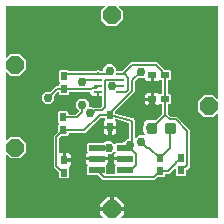
<source format=gbr>
G04 EAGLE Gerber RS-274X export*
G75*
%MOMM*%
%FSLAX34Y34*%
%LPD*%
%INBottom Copper*%
%IPPOS*%
%AMOC8*
5,1,8,0,0,1.08239X$1,22.5*%
G01*
%ADD10R,0.550000X0.705600*%
%ADD11R,0.705600X0.550000*%
%ADD12C,0.270000*%
%ADD13R,0.558800X0.711200*%
%ADD14R,0.762000X0.203200*%
%ADD15R,1.320800X0.558800*%
%ADD16P,1.649562X8X22.500000*%
%ADD17C,0.152400*%
%ADD18C,0.756400*%

G36*
X91703Y10172D02*
X91703Y10172D01*
X91774Y10174D01*
X91823Y10192D01*
X91875Y10200D01*
X91938Y10234D01*
X92005Y10259D01*
X92046Y10291D01*
X92092Y10316D01*
X92142Y10368D01*
X92198Y10412D01*
X92226Y10456D01*
X92262Y10494D01*
X92292Y10559D01*
X92331Y10619D01*
X92343Y10670D01*
X92365Y10717D01*
X92373Y10788D01*
X92391Y10858D01*
X92387Y10910D01*
X92392Y10961D01*
X92377Y11032D01*
X92371Y11103D01*
X92351Y11151D01*
X92340Y11202D01*
X92303Y11263D01*
X92275Y11329D01*
X92230Y11385D01*
X92214Y11413D01*
X92196Y11428D01*
X92170Y11460D01*
X89839Y13791D01*
X89839Y16477D01*
X99238Y16477D01*
X99258Y16480D01*
X99277Y16478D01*
X99379Y16500D01*
X99481Y16517D01*
X99498Y16526D01*
X99518Y16530D01*
X99607Y16583D01*
X99698Y16632D01*
X99712Y16646D01*
X99729Y16656D01*
X99796Y16735D01*
X99867Y16810D01*
X99876Y16828D01*
X99889Y16843D01*
X99927Y16939D01*
X99971Y17033D01*
X99973Y17053D01*
X99981Y17071D01*
X99999Y17238D01*
X99999Y18001D01*
X100001Y18001D01*
X100001Y17238D01*
X100004Y17218D01*
X100002Y17199D01*
X100024Y17097D01*
X100041Y16995D01*
X100050Y16978D01*
X100054Y16958D01*
X100107Y16869D01*
X100156Y16778D01*
X100170Y16764D01*
X100180Y16747D01*
X100259Y16680D01*
X100334Y16609D01*
X100352Y16600D01*
X100367Y16587D01*
X100463Y16548D01*
X100557Y16505D01*
X100577Y16503D01*
X100595Y16495D01*
X100762Y16477D01*
X110161Y16477D01*
X110161Y13791D01*
X107830Y11460D01*
X107788Y11402D01*
X107738Y11350D01*
X107717Y11303D01*
X107686Y11261D01*
X107665Y11192D01*
X107635Y11127D01*
X107629Y11075D01*
X107614Y11025D01*
X107616Y10954D01*
X107608Y10883D01*
X107619Y10832D01*
X107620Y10780D01*
X107645Y10712D01*
X107660Y10642D01*
X107687Y10597D01*
X107705Y10549D01*
X107749Y10493D01*
X107786Y10431D01*
X107826Y10397D01*
X107858Y10357D01*
X107919Y10318D01*
X107973Y10271D01*
X108021Y10252D01*
X108065Y10224D01*
X108135Y10206D01*
X108201Y10179D01*
X108273Y10171D01*
X108304Y10163D01*
X108327Y10165D01*
X108368Y10161D01*
X189078Y10161D01*
X189098Y10164D01*
X189117Y10162D01*
X189219Y10184D01*
X189321Y10200D01*
X189338Y10210D01*
X189358Y10214D01*
X189447Y10267D01*
X189538Y10316D01*
X189552Y10330D01*
X189569Y10340D01*
X189636Y10419D01*
X189708Y10494D01*
X189716Y10512D01*
X189729Y10527D01*
X189768Y10623D01*
X189811Y10717D01*
X189813Y10737D01*
X189821Y10755D01*
X189839Y10922D01*
X189839Y98069D01*
X189828Y98140D01*
X189826Y98211D01*
X189808Y98260D01*
X189800Y98312D01*
X189766Y98375D01*
X189741Y98442D01*
X189709Y98483D01*
X189684Y98529D01*
X189632Y98578D01*
X189588Y98634D01*
X189544Y98663D01*
X189506Y98698D01*
X189441Y98729D01*
X189381Y98767D01*
X189330Y98780D01*
X189283Y98802D01*
X189212Y98810D01*
X189142Y98827D01*
X189090Y98823D01*
X189039Y98829D01*
X188968Y98814D01*
X188897Y98808D01*
X188849Y98788D01*
X188798Y98777D01*
X188737Y98740D01*
X188671Y98712D01*
X188615Y98667D01*
X188587Y98651D01*
X188572Y98633D01*
X188540Y98607D01*
X185788Y95855D01*
X178212Y95855D01*
X172855Y101212D01*
X172855Y108788D01*
X178212Y114145D01*
X185788Y114145D01*
X188540Y111393D01*
X188598Y111351D01*
X188650Y111302D01*
X188697Y111280D01*
X188739Y111249D01*
X188808Y111228D01*
X188873Y111198D01*
X188925Y111192D01*
X188975Y111177D01*
X189046Y111179D01*
X189117Y111171D01*
X189168Y111182D01*
X189220Y111183D01*
X189288Y111208D01*
X189358Y111223D01*
X189403Y111250D01*
X189451Y111268D01*
X189507Y111313D01*
X189569Y111349D01*
X189603Y111389D01*
X189643Y111421D01*
X189682Y111482D01*
X189729Y111536D01*
X189748Y111585D01*
X189776Y111628D01*
X189794Y111698D01*
X189821Y111764D01*
X189829Y111836D01*
X189837Y111867D01*
X189835Y111890D01*
X189839Y111931D01*
X189839Y189078D01*
X189838Y189088D01*
X189838Y189094D01*
X189837Y189102D01*
X189838Y189117D01*
X189816Y189219D01*
X189800Y189321D01*
X189790Y189338D01*
X189786Y189358D01*
X189733Y189447D01*
X189684Y189538D01*
X189670Y189552D01*
X189660Y189569D01*
X189581Y189636D01*
X189506Y189708D01*
X189488Y189716D01*
X189473Y189729D01*
X189377Y189768D01*
X189283Y189811D01*
X189263Y189813D01*
X189245Y189821D01*
X189078Y189839D01*
X106931Y189839D01*
X106860Y189828D01*
X106789Y189826D01*
X106740Y189808D01*
X106688Y189800D01*
X106625Y189766D01*
X106558Y189741D01*
X106517Y189709D01*
X106471Y189684D01*
X106422Y189632D01*
X106366Y189588D01*
X106337Y189544D01*
X106302Y189506D01*
X106271Y189441D01*
X106233Y189381D01*
X106220Y189330D01*
X106198Y189283D01*
X106190Y189212D01*
X106173Y189142D01*
X106177Y189090D01*
X106171Y189039D01*
X106186Y188968D01*
X106192Y188897D01*
X106212Y188849D01*
X106223Y188798D01*
X106260Y188737D01*
X106288Y188671D01*
X106333Y188615D01*
X106349Y188587D01*
X106367Y188572D01*
X106370Y188568D01*
X106373Y188564D01*
X106376Y188561D01*
X106393Y188540D01*
X109145Y185788D01*
X109145Y178212D01*
X103788Y172855D01*
X96212Y172855D01*
X90855Y178212D01*
X90855Y185788D01*
X93607Y188540D01*
X93649Y188598D01*
X93698Y188650D01*
X93720Y188697D01*
X93751Y188739D01*
X93772Y188808D01*
X93802Y188873D01*
X93808Y188925D01*
X93823Y188975D01*
X93821Y189046D01*
X93829Y189117D01*
X93818Y189168D01*
X93817Y189220D01*
X93792Y189288D01*
X93777Y189358D01*
X93750Y189403D01*
X93732Y189451D01*
X93687Y189507D01*
X93651Y189569D01*
X93611Y189603D01*
X93579Y189643D01*
X93518Y189682D01*
X93464Y189729D01*
X93415Y189748D01*
X93372Y189776D01*
X93302Y189794D01*
X93236Y189821D01*
X93164Y189829D01*
X93133Y189837D01*
X93110Y189835D01*
X93069Y189839D01*
X10922Y189839D01*
X10902Y189836D01*
X10883Y189838D01*
X10781Y189816D01*
X10679Y189800D01*
X10662Y189790D01*
X10642Y189786D01*
X10553Y189733D01*
X10462Y189684D01*
X10448Y189670D01*
X10431Y189660D01*
X10364Y189581D01*
X10292Y189506D01*
X10284Y189488D01*
X10271Y189473D01*
X10232Y189377D01*
X10189Y189283D01*
X10187Y189263D01*
X10179Y189245D01*
X10161Y189078D01*
X10161Y146931D01*
X10172Y146860D01*
X10174Y146789D01*
X10192Y146740D01*
X10200Y146688D01*
X10234Y146625D01*
X10259Y146558D01*
X10291Y146517D01*
X10316Y146471D01*
X10368Y146422D01*
X10412Y146366D01*
X10456Y146337D01*
X10494Y146302D01*
X10559Y146271D01*
X10619Y146233D01*
X10670Y146220D01*
X10717Y146198D01*
X10788Y146190D01*
X10858Y146173D01*
X10910Y146177D01*
X10961Y146171D01*
X11032Y146186D01*
X11103Y146192D01*
X11151Y146212D01*
X11202Y146223D01*
X11263Y146260D01*
X11329Y146288D01*
X11385Y146333D01*
X11413Y146349D01*
X11428Y146367D01*
X11460Y146393D01*
X14212Y149145D01*
X21788Y149145D01*
X27145Y143788D01*
X27145Y136212D01*
X21788Y130855D01*
X14212Y130855D01*
X11460Y133607D01*
X11402Y133649D01*
X11350Y133698D01*
X11303Y133720D01*
X11261Y133751D01*
X11192Y133772D01*
X11127Y133802D01*
X11075Y133808D01*
X11025Y133823D01*
X10954Y133821D01*
X10883Y133829D01*
X10832Y133818D01*
X10780Y133817D01*
X10712Y133792D01*
X10642Y133777D01*
X10597Y133750D01*
X10549Y133732D01*
X10493Y133687D01*
X10431Y133651D01*
X10397Y133611D01*
X10357Y133579D01*
X10318Y133518D01*
X10271Y133464D01*
X10252Y133415D01*
X10224Y133372D01*
X10206Y133302D01*
X10179Y133236D01*
X10171Y133164D01*
X10163Y133133D01*
X10165Y133110D01*
X10161Y133069D01*
X10161Y76931D01*
X10172Y76860D01*
X10174Y76789D01*
X10192Y76740D01*
X10200Y76688D01*
X10234Y76625D01*
X10259Y76558D01*
X10291Y76517D01*
X10316Y76471D01*
X10368Y76422D01*
X10412Y76366D01*
X10456Y76337D01*
X10494Y76302D01*
X10559Y76271D01*
X10619Y76233D01*
X10670Y76220D01*
X10717Y76198D01*
X10788Y76190D01*
X10858Y76173D01*
X10910Y76177D01*
X10961Y76171D01*
X11032Y76186D01*
X11103Y76192D01*
X11151Y76212D01*
X11202Y76223D01*
X11263Y76260D01*
X11329Y76288D01*
X11385Y76333D01*
X11413Y76349D01*
X11428Y76367D01*
X11460Y76393D01*
X14212Y79145D01*
X21788Y79145D01*
X27145Y73788D01*
X27145Y66212D01*
X21788Y60855D01*
X14212Y60855D01*
X11460Y63607D01*
X11402Y63649D01*
X11350Y63698D01*
X11303Y63720D01*
X11261Y63751D01*
X11192Y63772D01*
X11127Y63802D01*
X11075Y63808D01*
X11025Y63823D01*
X10954Y63821D01*
X10883Y63829D01*
X10832Y63818D01*
X10780Y63817D01*
X10712Y63792D01*
X10642Y63777D01*
X10597Y63750D01*
X10549Y63732D01*
X10493Y63687D01*
X10431Y63651D01*
X10397Y63611D01*
X10357Y63579D01*
X10318Y63518D01*
X10271Y63464D01*
X10252Y63415D01*
X10224Y63372D01*
X10206Y63302D01*
X10179Y63236D01*
X10171Y63164D01*
X10163Y63133D01*
X10165Y63110D01*
X10161Y63069D01*
X10161Y10922D01*
X10164Y10902D01*
X10162Y10883D01*
X10184Y10781D01*
X10200Y10679D01*
X10210Y10662D01*
X10214Y10642D01*
X10267Y10553D01*
X10316Y10462D01*
X10330Y10448D01*
X10340Y10431D01*
X10419Y10364D01*
X10494Y10292D01*
X10512Y10284D01*
X10527Y10271D01*
X10623Y10232D01*
X10717Y10189D01*
X10737Y10187D01*
X10755Y10179D01*
X10922Y10161D01*
X91632Y10161D01*
X91703Y10172D01*
G37*
%LPC*%
G36*
X92115Y42713D02*
X92115Y42713D01*
X88470Y46358D01*
X88396Y46411D01*
X88326Y46471D01*
X88296Y46483D01*
X88270Y46502D01*
X88183Y46529D01*
X88098Y46563D01*
X88057Y46567D01*
X88035Y46574D01*
X88003Y46573D01*
X87931Y46581D01*
X79926Y46581D01*
X79033Y47474D01*
X79033Y54326D01*
X79110Y54402D01*
X79179Y54499D01*
X79250Y54594D01*
X79251Y54598D01*
X79253Y54602D01*
X79288Y54716D01*
X79324Y54829D01*
X79324Y54833D01*
X79326Y54837D01*
X79322Y54955D01*
X79321Y55075D01*
X79319Y55079D01*
X79319Y55083D01*
X79279Y55194D01*
X79239Y55307D01*
X79236Y55310D01*
X79235Y55314D01*
X79161Y55406D01*
X79087Y55500D01*
X79083Y55503D01*
X79081Y55506D01*
X79070Y55513D01*
X79025Y55546D01*
X78525Y56046D01*
X78190Y56625D01*
X78017Y57272D01*
X78017Y59004D01*
X86527Y59004D01*
X86546Y59007D01*
X86566Y59005D01*
X86668Y59027D01*
X86770Y59043D01*
X86787Y59053D01*
X86807Y59057D01*
X86896Y59110D01*
X86987Y59159D01*
X87001Y59173D01*
X87018Y59183D01*
X87085Y59262D01*
X87156Y59337D01*
X87164Y59354D01*
X87191Y59305D01*
X87205Y59291D01*
X87215Y59274D01*
X87294Y59207D01*
X87369Y59135D01*
X87387Y59127D01*
X87402Y59114D01*
X87499Y59075D01*
X87592Y59032D01*
X87612Y59030D01*
X87630Y59022D01*
X87797Y59004D01*
X96307Y59004D01*
X96307Y57272D01*
X96134Y56625D01*
X95799Y56046D01*
X95267Y55513D01*
X95187Y55450D01*
X95185Y55446D01*
X95182Y55444D01*
X95119Y55343D01*
X95054Y55243D01*
X95053Y55239D01*
X95051Y55236D01*
X95023Y55120D01*
X94994Y55004D01*
X94994Y55000D01*
X94993Y54996D01*
X95004Y54878D01*
X95013Y54759D01*
X95015Y54755D01*
X95015Y54751D01*
X95064Y54641D01*
X95110Y54533D01*
X95113Y54529D01*
X95114Y54526D01*
X95123Y54516D01*
X95214Y54402D01*
X95291Y54326D01*
X95291Y48048D01*
X95294Y48028D01*
X95292Y48009D01*
X95314Y47907D01*
X95330Y47805D01*
X95340Y47788D01*
X95344Y47768D01*
X95397Y47679D01*
X95446Y47588D01*
X95460Y47574D01*
X95470Y47557D01*
X95549Y47490D01*
X95624Y47418D01*
X95642Y47410D01*
X95657Y47397D01*
X95753Y47358D01*
X95847Y47315D01*
X95867Y47313D01*
X95885Y47305D01*
X96052Y47287D01*
X102148Y47287D01*
X102168Y47290D01*
X102187Y47288D01*
X102289Y47310D01*
X102391Y47326D01*
X102408Y47336D01*
X102428Y47340D01*
X102517Y47393D01*
X102608Y47442D01*
X102622Y47456D01*
X102639Y47466D01*
X102706Y47545D01*
X102778Y47620D01*
X102786Y47638D01*
X102799Y47653D01*
X102838Y47749D01*
X102881Y47843D01*
X102883Y47863D01*
X102891Y47881D01*
X102909Y48048D01*
X102909Y54326D01*
X102986Y54402D01*
X103055Y54499D01*
X103126Y54594D01*
X103127Y54598D01*
X103129Y54602D01*
X103164Y54716D01*
X103200Y54829D01*
X103200Y54833D01*
X103202Y54837D01*
X103198Y54955D01*
X103197Y55075D01*
X103195Y55079D01*
X103195Y55083D01*
X103155Y55194D01*
X103115Y55307D01*
X103112Y55310D01*
X103111Y55314D01*
X103037Y55406D01*
X102963Y55500D01*
X102959Y55503D01*
X102957Y55506D01*
X102946Y55513D01*
X102901Y55546D01*
X102401Y56046D01*
X102066Y56625D01*
X101893Y57272D01*
X101893Y59004D01*
X110403Y59004D01*
X110422Y59007D01*
X110442Y59005D01*
X110544Y59027D01*
X110646Y59043D01*
X110663Y59053D01*
X110683Y59057D01*
X110772Y59110D01*
X110863Y59159D01*
X110877Y59173D01*
X110894Y59183D01*
X110961Y59262D01*
X111032Y59337D01*
X111041Y59355D01*
X111054Y59370D01*
X111092Y59466D01*
X111136Y59560D01*
X111138Y59580D01*
X111146Y59598D01*
X111164Y59765D01*
X111164Y61035D01*
X111161Y61055D01*
X111163Y61074D01*
X111141Y61176D01*
X111124Y61278D01*
X111115Y61295D01*
X111111Y61315D01*
X111058Y61404D01*
X111009Y61495D01*
X110995Y61509D01*
X110985Y61526D01*
X110906Y61593D01*
X110831Y61665D01*
X110813Y61673D01*
X110798Y61686D01*
X110701Y61725D01*
X110608Y61768D01*
X110588Y61770D01*
X110570Y61778D01*
X110403Y61796D01*
X101893Y61796D01*
X101893Y63528D01*
X102066Y64175D01*
X102401Y64754D01*
X102933Y65287D01*
X103013Y65350D01*
X103015Y65354D01*
X103018Y65356D01*
X103081Y65457D01*
X103146Y65557D01*
X103147Y65561D01*
X103149Y65564D01*
X103177Y65680D01*
X103206Y65796D01*
X103206Y65800D01*
X103207Y65804D01*
X103196Y65920D01*
X103187Y66041D01*
X103185Y66045D01*
X103185Y66049D01*
X103137Y66158D01*
X103090Y66267D01*
X103087Y66271D01*
X103086Y66274D01*
X103077Y66284D01*
X102986Y66398D01*
X102906Y66478D01*
X102898Y66529D01*
X102896Y66601D01*
X102878Y66650D01*
X102870Y66701D01*
X102836Y66765D01*
X102811Y66832D01*
X102779Y66873D01*
X102754Y66919D01*
X102702Y66968D01*
X102658Y67024D01*
X102614Y67052D01*
X102576Y67088D01*
X102511Y67118D01*
X102451Y67157D01*
X102400Y67170D01*
X102353Y67192D01*
X102282Y67200D01*
X102212Y67217D01*
X102160Y67213D01*
X102109Y67219D01*
X102038Y67204D01*
X101967Y67198D01*
X101919Y67178D01*
X101868Y67167D01*
X101807Y67130D01*
X101741Y67102D01*
X101685Y67057D01*
X101657Y67040D01*
X101642Y67023D01*
X101610Y66997D01*
X99306Y64693D01*
X96987Y64693D01*
X96870Y64674D01*
X96752Y64656D01*
X96748Y64654D01*
X96744Y64654D01*
X96638Y64598D01*
X96533Y64543D01*
X96530Y64540D01*
X96527Y64538D01*
X96444Y64451D01*
X96362Y64367D01*
X96360Y64363D01*
X96357Y64360D01*
X96307Y64252D01*
X96256Y64145D01*
X96255Y64141D01*
X96254Y64137D01*
X96240Y64019D01*
X96226Y63901D01*
X96227Y63896D01*
X96226Y63893D01*
X96229Y63879D01*
X96251Y63735D01*
X96307Y63528D01*
X96307Y61796D01*
X87797Y61796D01*
X87778Y61793D01*
X87758Y61795D01*
X87656Y61773D01*
X87554Y61757D01*
X87537Y61747D01*
X87517Y61743D01*
X87428Y61690D01*
X87337Y61641D01*
X87323Y61627D01*
X87306Y61617D01*
X87239Y61538D01*
X87168Y61463D01*
X87160Y61445D01*
X87133Y61495D01*
X87119Y61509D01*
X87109Y61526D01*
X87030Y61593D01*
X86955Y61665D01*
X86937Y61673D01*
X86922Y61686D01*
X86825Y61725D01*
X86732Y61768D01*
X86712Y61770D01*
X86694Y61778D01*
X86527Y61796D01*
X78017Y61796D01*
X78017Y63528D01*
X78190Y64175D01*
X78525Y64754D01*
X79057Y65287D01*
X79137Y65350D01*
X79139Y65354D01*
X79142Y65356D01*
X79205Y65457D01*
X79270Y65557D01*
X79271Y65561D01*
X79273Y65564D01*
X79301Y65680D01*
X79330Y65796D01*
X79330Y65800D01*
X79331Y65804D01*
X79320Y65920D01*
X79311Y66041D01*
X79309Y66045D01*
X79309Y66049D01*
X79261Y66158D01*
X79214Y66267D01*
X79211Y66271D01*
X79210Y66274D01*
X79201Y66284D01*
X79110Y66398D01*
X79033Y66474D01*
X79033Y73326D01*
X79926Y74219D01*
X93507Y74219D01*
X93597Y74233D01*
X93688Y74241D01*
X93717Y74253D01*
X93749Y74258D01*
X93830Y74301D01*
X93914Y74337D01*
X93946Y74363D01*
X93967Y74374D01*
X93989Y74397D01*
X94045Y74442D01*
X94910Y75307D01*
X99306Y75307D01*
X101610Y73003D01*
X101668Y72961D01*
X101720Y72912D01*
X101767Y72890D01*
X101809Y72860D01*
X101878Y72838D01*
X101943Y72808D01*
X101995Y72803D01*
X102045Y72787D01*
X102116Y72789D01*
X102187Y72781D01*
X102238Y72792D01*
X102290Y72794D01*
X102358Y72818D01*
X102428Y72833D01*
X102473Y72860D01*
X102521Y72878D01*
X102577Y72923D01*
X102639Y72960D01*
X102673Y72999D01*
X102713Y73032D01*
X102752Y73092D01*
X102799Y73147D01*
X102818Y73195D01*
X102846Y73239D01*
X102855Y73271D01*
X103802Y74219D01*
X109537Y74219D01*
X109627Y74233D01*
X109718Y74241D01*
X109747Y74253D01*
X109779Y74258D01*
X109860Y74301D01*
X109944Y74337D01*
X109976Y74363D01*
X109997Y74374D01*
X110019Y74397D01*
X110075Y74442D01*
X112840Y77207D01*
X113990Y77207D01*
X114010Y77210D01*
X114029Y77208D01*
X114131Y77230D01*
X114233Y77246D01*
X114250Y77256D01*
X114270Y77260D01*
X114359Y77313D01*
X114450Y77362D01*
X114464Y77376D01*
X114481Y77386D01*
X114548Y77465D01*
X114620Y77540D01*
X114628Y77558D01*
X114641Y77573D01*
X114680Y77669D01*
X114723Y77763D01*
X114725Y77783D01*
X114733Y77801D01*
X114751Y77968D01*
X114751Y90236D01*
X114744Y90280D01*
X114746Y90324D01*
X114724Y90400D01*
X114712Y90479D01*
X114691Y90518D01*
X114679Y90560D01*
X114634Y90626D01*
X114596Y90696D01*
X114564Y90726D01*
X114539Y90763D01*
X114476Y90811D01*
X114418Y90865D01*
X114378Y90884D01*
X114343Y90910D01*
X114208Y90963D01*
X114195Y90969D01*
X114191Y90969D01*
X114186Y90971D01*
X103513Y93820D01*
X103447Y93826D01*
X103382Y93843D01*
X103325Y93838D01*
X103269Y93844D01*
X103203Y93829D01*
X103136Y93824D01*
X103084Y93802D01*
X103029Y93789D01*
X102972Y93754D01*
X102910Y93728D01*
X102847Y93677D01*
X102819Y93660D01*
X102806Y93644D01*
X102779Y93623D01*
X102713Y93557D01*
X102701Y93541D01*
X102686Y93528D01*
X102630Y93441D01*
X102570Y93357D01*
X102564Y93338D01*
X102553Y93321D01*
X102528Y93221D01*
X102497Y93122D01*
X102498Y93102D01*
X102493Y93083D01*
X102501Y92980D01*
X102503Y92876D01*
X102510Y92857D01*
X102512Y92837D01*
X102552Y92742D01*
X102588Y92645D01*
X102600Y92630D01*
X102608Y92611D01*
X102713Y92480D01*
X103083Y92110D01*
X103418Y91531D01*
X103591Y90884D01*
X103591Y88396D01*
X98913Y88396D01*
X98894Y88393D01*
X98874Y88395D01*
X98772Y88373D01*
X98670Y88357D01*
X98653Y88347D01*
X98633Y88343D01*
X98544Y88290D01*
X98453Y88241D01*
X98439Y88227D01*
X98422Y88217D01*
X98355Y88138D01*
X98301Y88081D01*
X98293Y88095D01*
X98279Y88109D01*
X98269Y88126D01*
X98190Y88193D01*
X98115Y88265D01*
X98097Y88273D01*
X98082Y88286D01*
X97985Y88325D01*
X97892Y88368D01*
X97872Y88370D01*
X97854Y88378D01*
X97687Y88396D01*
X93009Y88396D01*
X93009Y90884D01*
X93182Y91531D01*
X93517Y92110D01*
X93887Y92480D01*
X93899Y92496D01*
X93914Y92509D01*
X93970Y92596D01*
X94031Y92680D01*
X94036Y92699D01*
X94047Y92716D01*
X94073Y92816D01*
X94103Y92915D01*
X94102Y92935D01*
X94107Y92954D01*
X94099Y93057D01*
X94097Y93161D01*
X94090Y93180D01*
X94088Y93200D01*
X94048Y93295D01*
X94025Y93356D01*
X94025Y94530D01*
X94022Y94550D01*
X94024Y94569D01*
X94002Y94671D01*
X93986Y94773D01*
X93976Y94790D01*
X93972Y94810D01*
X93919Y94899D01*
X93870Y94990D01*
X93856Y95004D01*
X93846Y95021D01*
X93767Y95088D01*
X93692Y95160D01*
X93674Y95168D01*
X93659Y95181D01*
X93563Y95220D01*
X93469Y95263D01*
X93449Y95265D01*
X93431Y95273D01*
X93264Y95291D01*
X90841Y95291D01*
X90750Y95277D01*
X90660Y95269D01*
X90630Y95257D01*
X90598Y95252D01*
X90517Y95209D01*
X90433Y95173D01*
X90401Y95147D01*
X90380Y95136D01*
X90358Y95113D01*
X90302Y95068D01*
X77586Y82352D01*
X64387Y82352D01*
X64367Y82349D01*
X64348Y82351D01*
X64246Y82329D01*
X64144Y82313D01*
X64127Y82303D01*
X64107Y82299D01*
X64018Y82246D01*
X63927Y82197D01*
X63913Y82183D01*
X63896Y82173D01*
X63829Y82094D01*
X63757Y82019D01*
X63749Y82001D01*
X63736Y81986D01*
X63697Y81890D01*
X63654Y81796D01*
X63652Y81776D01*
X63644Y81758D01*
X63626Y81591D01*
X63626Y81053D01*
X62131Y79558D01*
X57168Y79558D01*
X57078Y79544D01*
X56987Y79536D01*
X56958Y79524D01*
X56926Y79519D01*
X56845Y79476D01*
X56761Y79440D01*
X56729Y79414D01*
X56708Y79403D01*
X56686Y79380D01*
X56630Y79335D01*
X55510Y78215D01*
X55457Y78141D01*
X55397Y78071D01*
X55385Y78041D01*
X55366Y78015D01*
X55339Y77928D01*
X55305Y77843D01*
X55301Y77802D01*
X55294Y77780D01*
X55295Y77748D01*
X55287Y77676D01*
X55287Y66083D01*
X55306Y65967D01*
X55324Y65848D01*
X55326Y65844D01*
X55326Y65840D01*
X55382Y65736D01*
X55437Y65629D01*
X55440Y65626D01*
X55442Y65623D01*
X55527Y65541D01*
X55613Y65458D01*
X55617Y65456D01*
X55620Y65453D01*
X55727Y65403D01*
X55835Y65352D01*
X55839Y65351D01*
X55843Y65350D01*
X55961Y65337D01*
X56079Y65322D01*
X56084Y65323D01*
X56087Y65323D01*
X56101Y65325D01*
X56245Y65347D01*
X56615Y65447D01*
X58326Y65447D01*
X58326Y59991D01*
X58329Y59972D01*
X58327Y59952D01*
X58349Y59850D01*
X58365Y59748D01*
X58375Y59731D01*
X58379Y59711D01*
X58432Y59622D01*
X58481Y59531D01*
X58495Y59517D01*
X58505Y59500D01*
X58584Y59433D01*
X58659Y59362D01*
X58677Y59353D01*
X58692Y59340D01*
X58788Y59302D01*
X58882Y59258D01*
X58902Y59256D01*
X58920Y59248D01*
X59087Y59230D01*
X59552Y59230D01*
X59552Y58765D01*
X59555Y58745D01*
X59553Y58725D01*
X59575Y58624D01*
X59592Y58522D01*
X59601Y58505D01*
X59605Y58485D01*
X59658Y58396D01*
X59707Y58305D01*
X59721Y58291D01*
X59731Y58274D01*
X59810Y58207D01*
X59885Y58135D01*
X59903Y58127D01*
X59918Y58114D01*
X60015Y58075D01*
X60108Y58032D01*
X60128Y58030D01*
X60146Y58022D01*
X60313Y58004D01*
X64991Y58004D01*
X64991Y55516D01*
X64818Y54869D01*
X64483Y54290D01*
X64113Y53920D01*
X64101Y53904D01*
X64086Y53891D01*
X64030Y53804D01*
X63969Y53720D01*
X63964Y53701D01*
X63953Y53684D01*
X63927Y53584D01*
X63897Y53485D01*
X63898Y53465D01*
X63893Y53446D01*
X63901Y53343D01*
X63903Y53239D01*
X63910Y53220D01*
X63912Y53200D01*
X63952Y53105D01*
X63975Y53044D01*
X63975Y44662D01*
X63082Y43769D01*
X56318Y43769D01*
X55425Y44662D01*
X55425Y48678D01*
X55411Y48768D01*
X55403Y48859D01*
X55391Y48889D01*
X55386Y48921D01*
X55343Y49002D01*
X55307Y49085D01*
X55281Y49118D01*
X55270Y49138D01*
X55247Y49160D01*
X55202Y49216D01*
X50713Y53705D01*
X50713Y79886D01*
X52276Y81449D01*
X54158Y83331D01*
X54211Y83405D01*
X54271Y83475D01*
X54283Y83505D01*
X54302Y83531D01*
X54329Y83618D01*
X54363Y83703D01*
X54367Y83744D01*
X54374Y83766D01*
X54373Y83798D01*
X54381Y83869D01*
X54381Y88827D01*
X54920Y89366D01*
X54973Y89440D01*
X55033Y89509D01*
X55045Y89539D01*
X55064Y89565D01*
X55091Y89652D01*
X55125Y89737D01*
X55129Y89778D01*
X55136Y89800D01*
X55135Y89833D01*
X55143Y89904D01*
X55143Y90296D01*
X55129Y90386D01*
X55121Y90477D01*
X55109Y90507D01*
X55104Y90539D01*
X55061Y90620D01*
X55025Y90703D01*
X54999Y90736D01*
X54988Y90756D01*
X54965Y90778D01*
X54920Y90834D01*
X54381Y91373D01*
X54381Y99749D01*
X55274Y100642D01*
X62126Y100642D01*
X63019Y99749D01*
X63019Y98609D01*
X63022Y98589D01*
X63020Y98570D01*
X63042Y98468D01*
X63058Y98366D01*
X63068Y98349D01*
X63072Y98329D01*
X63125Y98240D01*
X63174Y98149D01*
X63188Y98135D01*
X63198Y98118D01*
X63277Y98051D01*
X63352Y97979D01*
X63370Y97971D01*
X63385Y97958D01*
X63481Y97919D01*
X63575Y97876D01*
X63595Y97874D01*
X63613Y97866D01*
X63780Y97848D01*
X69298Y97848D01*
X69389Y97862D01*
X69479Y97870D01*
X69509Y97882D01*
X69541Y97887D01*
X69622Y97930D01*
X69706Y97966D01*
X69738Y97992D01*
X69759Y98003D01*
X69781Y98026D01*
X69837Y98071D01*
X72126Y100360D01*
X72138Y100376D01*
X72154Y100389D01*
X72210Y100476D01*
X72270Y100560D01*
X72276Y100579D01*
X72287Y100596D01*
X72312Y100696D01*
X72342Y100795D01*
X72342Y100815D01*
X72347Y100834D01*
X72339Y100937D01*
X72336Y101041D01*
X72329Y101060D01*
X72327Y101080D01*
X72287Y101174D01*
X72251Y101272D01*
X72239Y101288D01*
X72231Y101306D01*
X72126Y101437D01*
X69693Y103870D01*
X69693Y108266D01*
X72802Y111375D01*
X77198Y111375D01*
X80307Y108266D01*
X80307Y105472D01*
X80310Y105452D01*
X80308Y105432D01*
X80330Y105331D01*
X80346Y105229D01*
X80356Y105211D01*
X80360Y105192D01*
X80413Y105103D01*
X80462Y105011D01*
X80476Y104998D01*
X80486Y104981D01*
X80565Y104913D01*
X80640Y104842D01*
X80658Y104834D01*
X80673Y104821D01*
X80769Y104782D01*
X80863Y104738D01*
X80883Y104736D01*
X80901Y104729D01*
X81068Y104710D01*
X83386Y104710D01*
X84251Y103846D01*
X84325Y103793D01*
X84394Y103733D01*
X84424Y103721D01*
X84451Y103702D01*
X84537Y103675D01*
X84622Y103641D01*
X84663Y103637D01*
X84686Y103630D01*
X84718Y103631D01*
X84789Y103623D01*
X90073Y103623D01*
X90164Y103637D01*
X90254Y103645D01*
X90284Y103657D01*
X90316Y103662D01*
X90397Y103705D01*
X90481Y103741D01*
X90513Y103767D01*
X90534Y103778D01*
X90556Y103801D01*
X90612Y103846D01*
X91490Y104724D01*
X91543Y104798D01*
X91603Y104868D01*
X91615Y104898D01*
X91634Y104924D01*
X91661Y105011D01*
X91695Y105096D01*
X91699Y105137D01*
X91706Y105159D01*
X91705Y105191D01*
X91713Y105263D01*
X91713Y112882D01*
X91710Y112902D01*
X91712Y112921D01*
X91690Y113023D01*
X91674Y113125D01*
X91664Y113142D01*
X91660Y113162D01*
X91607Y113251D01*
X91558Y113342D01*
X91544Y113356D01*
X91534Y113373D01*
X91455Y113440D01*
X91380Y113512D01*
X91362Y113520D01*
X91347Y113533D01*
X91251Y113572D01*
X91157Y113615D01*
X91137Y113617D01*
X91119Y113625D01*
X90952Y113643D01*
X88836Y113643D01*
X88836Y117200D01*
X88833Y117219D01*
X88835Y117239D01*
X88813Y117340D01*
X88797Y117442D01*
X88787Y117460D01*
X88783Y117479D01*
X88730Y117569D01*
X88682Y117660D01*
X88667Y117673D01*
X88657Y117691D01*
X88578Y117758D01*
X88503Y117829D01*
X88485Y117838D01*
X88470Y117851D01*
X88374Y117889D01*
X88280Y117933D01*
X88260Y117935D01*
X88242Y117942D01*
X88075Y117961D01*
X88055Y117958D01*
X88036Y117960D01*
X88035Y117960D01*
X87934Y117938D01*
X87832Y117921D01*
X87815Y117912D01*
X87795Y117908D01*
X87706Y117854D01*
X87615Y117806D01*
X87601Y117792D01*
X87584Y117781D01*
X87517Y117703D01*
X87445Y117628D01*
X87437Y117610D01*
X87424Y117595D01*
X87385Y117498D01*
X87342Y117405D01*
X87340Y117385D01*
X87332Y117366D01*
X87314Y117200D01*
X87314Y113643D01*
X83931Y113643D01*
X83284Y113816D01*
X82705Y114151D01*
X82232Y114624D01*
X81897Y115203D01*
X81724Y115850D01*
X81724Y116591D01*
X81721Y116611D01*
X81723Y116630D01*
X81701Y116732D01*
X81685Y116834D01*
X81675Y116851D01*
X81671Y116871D01*
X81618Y116960D01*
X81569Y117051D01*
X81555Y117065D01*
X81545Y117082D01*
X81466Y117149D01*
X81391Y117221D01*
X81373Y117229D01*
X81358Y117242D01*
X81262Y117281D01*
X81168Y117324D01*
X81148Y117326D01*
X81130Y117334D01*
X80963Y117352D01*
X64580Y117352D01*
X64560Y117349D01*
X64541Y117351D01*
X64439Y117329D01*
X64337Y117313D01*
X64320Y117303D01*
X64300Y117299D01*
X64211Y117246D01*
X64120Y117197D01*
X64106Y117183D01*
X64089Y117173D01*
X64022Y117094D01*
X63950Y117019D01*
X63942Y117001D01*
X63929Y116986D01*
X63890Y116890D01*
X63847Y116796D01*
X63845Y116776D01*
X63837Y116758D01*
X63819Y116591D01*
X63819Y115451D01*
X62926Y114558D01*
X56074Y114558D01*
X55181Y115451D01*
X55181Y116110D01*
X55170Y116180D01*
X55168Y116252D01*
X55150Y116301D01*
X55142Y116352D01*
X55108Y116416D01*
X55083Y116483D01*
X55051Y116524D01*
X55026Y116570D01*
X54974Y116619D01*
X54930Y116675D01*
X54886Y116703D01*
X54848Y116739D01*
X54783Y116769D01*
X54723Y116808D01*
X54672Y116821D01*
X54625Y116843D01*
X54554Y116851D01*
X54484Y116868D01*
X54432Y116864D01*
X54381Y116870D01*
X54310Y116855D01*
X54239Y116849D01*
X54191Y116829D01*
X54140Y116818D01*
X54079Y116781D01*
X54013Y116753D01*
X53957Y116708D01*
X53929Y116691D01*
X53914Y116674D01*
X53882Y116648D01*
X51530Y114296D01*
X51477Y114222D01*
X51417Y114152D01*
X51405Y114122D01*
X51386Y114096D01*
X51359Y114009D01*
X51325Y113924D01*
X51321Y113883D01*
X51314Y113861D01*
X51315Y113829D01*
X51307Y113757D01*
X51307Y109802D01*
X48198Y106693D01*
X43802Y106693D01*
X40693Y109802D01*
X40693Y114198D01*
X43802Y117307D01*
X47757Y117307D01*
X47848Y117321D01*
X47938Y117329D01*
X47968Y117341D01*
X48000Y117346D01*
X48081Y117389D01*
X48165Y117425D01*
X48197Y117451D01*
X48218Y117462D01*
X48240Y117485D01*
X48296Y117530D01*
X52692Y121926D01*
X54420Y121926D01*
X54440Y121929D01*
X54459Y121927D01*
X54561Y121949D01*
X54663Y121965D01*
X54680Y121975D01*
X54700Y121979D01*
X54789Y122032D01*
X54880Y122081D01*
X54894Y122095D01*
X54911Y122105D01*
X54978Y122184D01*
X55050Y122259D01*
X55058Y122277D01*
X55071Y122292D01*
X55110Y122388D01*
X55153Y122482D01*
X55155Y122502D01*
X55163Y122520D01*
X55181Y122687D01*
X55181Y123827D01*
X55720Y124366D01*
X55773Y124440D01*
X55833Y124509D01*
X55845Y124539D01*
X55864Y124565D01*
X55891Y124652D01*
X55925Y124737D01*
X55929Y124778D01*
X55936Y124800D01*
X55935Y124833D01*
X55943Y124904D01*
X55943Y125296D01*
X55929Y125386D01*
X55921Y125477D01*
X55909Y125507D01*
X55904Y125539D01*
X55861Y125620D01*
X55825Y125703D01*
X55799Y125736D01*
X55788Y125756D01*
X55765Y125778D01*
X55720Y125834D01*
X55181Y126373D01*
X55181Y134749D01*
X56074Y135642D01*
X62926Y135642D01*
X63858Y134710D01*
X63932Y134657D01*
X64001Y134597D01*
X64031Y134585D01*
X64057Y134566D01*
X64144Y134539D01*
X64229Y134505D01*
X64270Y134501D01*
X64292Y134494D01*
X64325Y134495D01*
X64396Y134487D01*
X83064Y134487D01*
X83154Y134501D01*
X83245Y134509D01*
X83275Y134521D01*
X83307Y134526D01*
X83387Y134569D01*
X83472Y134605D01*
X83504Y134631D01*
X83524Y134642D01*
X83546Y134665D01*
X83602Y134710D01*
X83633Y134741D01*
X85744Y134741D01*
X85835Y134755D01*
X85925Y134763D01*
X85955Y134775D01*
X85987Y134780D01*
X86068Y134823D01*
X86152Y134859D01*
X86184Y134885D01*
X86205Y134896D01*
X86227Y134919D01*
X86283Y134964D01*
X87128Y135809D01*
X89022Y135809D01*
X89867Y134964D01*
X89941Y134911D01*
X90011Y134851D01*
X90041Y134839D01*
X90067Y134820D01*
X90154Y134793D01*
X90239Y134759D01*
X90280Y134755D01*
X90302Y134748D01*
X90334Y134749D01*
X90406Y134741D01*
X91941Y134741D01*
X91961Y134744D01*
X91980Y134742D01*
X92082Y134764D01*
X92184Y134780D01*
X92201Y134790D01*
X92221Y134794D01*
X92310Y134847D01*
X92401Y134896D01*
X92415Y134910D01*
X92432Y134920D01*
X92499Y134999D01*
X92571Y135074D01*
X92579Y135092D01*
X92592Y135107D01*
X92631Y135203D01*
X92674Y135297D01*
X92676Y135317D01*
X92684Y135335D01*
X92702Y135502D01*
X92702Y137198D01*
X95811Y140307D01*
X100207Y140307D01*
X103316Y137198D01*
X103316Y135502D01*
X103319Y135482D01*
X103317Y135463D01*
X103339Y135361D01*
X103355Y135259D01*
X103365Y135242D01*
X103369Y135222D01*
X103422Y135133D01*
X103471Y135042D01*
X103485Y135028D01*
X103495Y135011D01*
X103574Y134944D01*
X103649Y134872D01*
X103667Y134864D01*
X103682Y134851D01*
X103778Y134812D01*
X103872Y134769D01*
X103892Y134767D01*
X103910Y134759D01*
X104077Y134741D01*
X108029Y134741D01*
X108119Y134755D01*
X108210Y134763D01*
X108239Y134775D01*
X108271Y134780D01*
X108352Y134823D01*
X108436Y134859D01*
X108468Y134885D01*
X108489Y134896D01*
X108511Y134919D01*
X108567Y134964D01*
X114186Y140583D01*
X115749Y142145D01*
X138036Y142145D01*
X144384Y135798D01*
X144458Y135745D01*
X144527Y135685D01*
X144557Y135673D01*
X144583Y135654D01*
X144670Y135627D01*
X144755Y135593D01*
X144796Y135589D01*
X144818Y135582D01*
X144851Y135583D01*
X144922Y135575D01*
X148938Y135575D01*
X149831Y134682D01*
X149831Y127918D01*
X148938Y127025D01*
X147826Y127025D01*
X147806Y127022D01*
X147787Y127024D01*
X147685Y127002D01*
X147583Y126986D01*
X147566Y126976D01*
X147546Y126972D01*
X147457Y126919D01*
X147366Y126870D01*
X147352Y126856D01*
X147335Y126846D01*
X147268Y126767D01*
X147196Y126692D01*
X147188Y126674D01*
X147175Y126659D01*
X147136Y126563D01*
X147093Y126469D01*
X147091Y126449D01*
X147083Y126431D01*
X147065Y126264D01*
X147065Y115936D01*
X147068Y115916D01*
X147066Y115897D01*
X147088Y115795D01*
X147104Y115693D01*
X147114Y115676D01*
X147118Y115656D01*
X147171Y115567D01*
X147220Y115476D01*
X147234Y115462D01*
X147244Y115445D01*
X147323Y115378D01*
X147398Y115306D01*
X147416Y115298D01*
X147431Y115285D01*
X147527Y115246D01*
X147621Y115203D01*
X147641Y115201D01*
X147659Y115193D01*
X147826Y115175D01*
X148938Y115175D01*
X149831Y114282D01*
X149831Y107518D01*
X148938Y106625D01*
X147826Y106625D01*
X147806Y106622D01*
X147787Y106624D01*
X147685Y106602D01*
X147583Y106586D01*
X147566Y106576D01*
X147546Y106572D01*
X147457Y106519D01*
X147366Y106470D01*
X147352Y106456D01*
X147335Y106446D01*
X147268Y106367D01*
X147196Y106292D01*
X147188Y106274D01*
X147175Y106259D01*
X147136Y106163D01*
X147093Y106069D01*
X147091Y106049D01*
X147083Y106031D01*
X147065Y105864D01*
X147065Y99090D01*
X147079Y99000D01*
X147087Y98909D01*
X147099Y98880D01*
X147104Y98848D01*
X147147Y98767D01*
X147183Y98683D01*
X147209Y98651D01*
X147220Y98630D01*
X147243Y98608D01*
X147288Y98552D01*
X149594Y96246D01*
X149668Y96193D01*
X149738Y96133D01*
X149768Y96121D01*
X149794Y96102D01*
X149881Y96075D01*
X149966Y96041D01*
X150007Y96037D01*
X150029Y96030D01*
X150061Y96031D01*
X150133Y96023D01*
X154853Y96023D01*
X166023Y84853D01*
X166023Y53841D01*
X163198Y51016D01*
X163151Y50952D01*
X163135Y50935D01*
X163132Y50928D01*
X163085Y50873D01*
X163073Y50843D01*
X163054Y50817D01*
X163027Y50730D01*
X162993Y50645D01*
X162989Y50604D01*
X162982Y50582D01*
X162983Y50549D01*
X162975Y50478D01*
X162975Y46462D01*
X162082Y45569D01*
X155318Y45569D01*
X154425Y46462D01*
X154425Y51832D01*
X154414Y51902D01*
X154412Y51974D01*
X154394Y52023D01*
X154386Y52074D01*
X154352Y52138D01*
X154327Y52205D01*
X154295Y52246D01*
X154270Y52292D01*
X154218Y52341D01*
X154174Y52397D01*
X154130Y52425D01*
X154092Y52461D01*
X154027Y52491D01*
X153967Y52530D01*
X153916Y52543D01*
X153869Y52565D01*
X153798Y52573D01*
X153728Y52590D01*
X153676Y52586D01*
X153625Y52592D01*
X153554Y52577D01*
X153483Y52571D01*
X153435Y52551D01*
X153384Y52540D01*
X153323Y52503D01*
X153257Y52475D01*
X153201Y52430D01*
X153173Y52413D01*
X153158Y52396D01*
X153126Y52370D01*
X148508Y47752D01*
X145380Y47752D01*
X145360Y47749D01*
X145341Y47751D01*
X145239Y47729D01*
X145137Y47713D01*
X145120Y47703D01*
X145100Y47699D01*
X145011Y47646D01*
X144920Y47597D01*
X144906Y47583D01*
X144889Y47573D01*
X144822Y47494D01*
X144750Y47419D01*
X144742Y47401D01*
X144729Y47386D01*
X144690Y47290D01*
X144647Y47196D01*
X144645Y47176D01*
X144637Y47158D01*
X144619Y46991D01*
X144619Y45851D01*
X143726Y44958D01*
X138769Y44958D01*
X138678Y44944D01*
X138588Y44936D01*
X138558Y44924D01*
X138526Y44919D01*
X138445Y44876D01*
X138361Y44840D01*
X138329Y44814D01*
X138308Y44803D01*
X138286Y44780D01*
X138230Y44735D01*
X136208Y42713D01*
X92115Y42713D01*
G37*
%LPD*%
G36*
X120196Y77922D02*
X120196Y77922D01*
X120267Y77928D01*
X120315Y77948D01*
X120318Y77949D01*
X120335Y77952D01*
X120337Y77953D01*
X120366Y77959D01*
X120427Y77996D01*
X120493Y78024D01*
X120536Y78058D01*
X120552Y78067D01*
X120560Y78076D01*
X120577Y78086D01*
X120592Y78103D01*
X120624Y78129D01*
X122802Y80307D01*
X127290Y80307D01*
X127361Y80318D01*
X127432Y80320D01*
X127481Y80338D01*
X127533Y80346D01*
X127596Y80380D01*
X127663Y80405D01*
X127704Y80437D01*
X127750Y80462D01*
X127800Y80514D01*
X127855Y80558D01*
X127884Y80602D01*
X127919Y80640D01*
X127950Y80705D01*
X127988Y80765D01*
X128001Y80816D01*
X128023Y80863D01*
X128031Y80934D01*
X128049Y81004D01*
X128044Y81056D01*
X128050Y81107D01*
X128035Y81178D01*
X128029Y81249D01*
X128009Y81297D01*
X127998Y81348D01*
X127961Y81409D01*
X127933Y81475D01*
X127888Y81531D01*
X127872Y81559D01*
X127854Y81574D01*
X127828Y81606D01*
X127525Y81909D01*
X127525Y82977D01*
X127511Y83067D01*
X127503Y83158D01*
X127491Y83187D01*
X127486Y83219D01*
X127443Y83300D01*
X127407Y83384D01*
X127381Y83416D01*
X127370Y83437D01*
X127347Y83459D01*
X127302Y83515D01*
X126693Y84124D01*
X126693Y88520D01*
X127302Y89129D01*
X127355Y89203D01*
X127415Y89273D01*
X127427Y89303D01*
X127446Y89329D01*
X127473Y89416D01*
X127507Y89501D01*
X127511Y89542D01*
X127518Y89564D01*
X127517Y89596D01*
X127525Y89667D01*
X127525Y91291D01*
X129209Y92975D01*
X136375Y92975D01*
X136466Y92989D01*
X136556Y92997D01*
X136586Y93009D01*
X136618Y93014D01*
X136699Y93057D01*
X136783Y93093D01*
X136815Y93119D01*
X136836Y93130D01*
X136858Y93153D01*
X136914Y93198D01*
X142268Y98552D01*
X142321Y98626D01*
X142381Y98696D01*
X142393Y98726D01*
X142412Y98752D01*
X142439Y98839D01*
X142473Y98924D01*
X142477Y98965D01*
X142484Y98987D01*
X142483Y99019D01*
X142491Y99091D01*
X142491Y105864D01*
X142488Y105884D01*
X142490Y105903D01*
X142468Y106005D01*
X142452Y106107D01*
X142442Y106124D01*
X142438Y106144D01*
X142385Y106233D01*
X142336Y106324D01*
X142322Y106338D01*
X142312Y106355D01*
X142233Y106422D01*
X142158Y106494D01*
X142140Y106502D01*
X142125Y106515D01*
X142029Y106554D01*
X141935Y106597D01*
X141915Y106599D01*
X141897Y106607D01*
X141730Y106625D01*
X140564Y106625D01*
X140557Y106630D01*
X140538Y106636D01*
X140521Y106647D01*
X140421Y106673D01*
X140322Y106703D01*
X140302Y106702D01*
X140283Y106707D01*
X140180Y106699D01*
X140076Y106697D01*
X140057Y106690D01*
X140037Y106688D01*
X139942Y106648D01*
X139845Y106612D01*
X139829Y106600D01*
X139811Y106592D01*
X139680Y106487D01*
X139310Y106117D01*
X138731Y105782D01*
X138084Y105609D01*
X135596Y105609D01*
X135596Y110287D01*
X135593Y110306D01*
X135595Y110326D01*
X135573Y110428D01*
X135557Y110530D01*
X135547Y110547D01*
X135543Y110567D01*
X135490Y110656D01*
X135441Y110747D01*
X135427Y110761D01*
X135417Y110778D01*
X135338Y110845D01*
X135281Y110899D01*
X135295Y110907D01*
X135309Y110921D01*
X135326Y110931D01*
X135393Y111010D01*
X135465Y111085D01*
X135473Y111103D01*
X135486Y111118D01*
X135525Y111215D01*
X135568Y111308D01*
X135570Y111328D01*
X135578Y111346D01*
X135596Y111513D01*
X135596Y116191D01*
X138084Y116191D01*
X138731Y116018D01*
X139310Y115683D01*
X139680Y115313D01*
X139696Y115301D01*
X139709Y115286D01*
X139796Y115230D01*
X139880Y115169D01*
X139899Y115164D01*
X139916Y115153D01*
X140016Y115127D01*
X140115Y115097D01*
X140135Y115098D01*
X140154Y115093D01*
X140257Y115101D01*
X140361Y115103D01*
X140380Y115110D01*
X140400Y115112D01*
X140495Y115152D01*
X140556Y115175D01*
X141730Y115175D01*
X141750Y115178D01*
X141769Y115176D01*
X141871Y115198D01*
X141973Y115214D01*
X141990Y115224D01*
X142010Y115228D01*
X142099Y115281D01*
X142190Y115330D01*
X142204Y115344D01*
X142221Y115354D01*
X142288Y115433D01*
X142360Y115508D01*
X142368Y115526D01*
X142381Y115541D01*
X142420Y115637D01*
X142463Y115731D01*
X142465Y115751D01*
X142473Y115769D01*
X142491Y115936D01*
X142491Y126264D01*
X142488Y126284D01*
X142490Y126303D01*
X142468Y126405D01*
X142452Y126507D01*
X142442Y126524D01*
X142438Y126544D01*
X142385Y126633D01*
X142336Y126724D01*
X142322Y126738D01*
X142312Y126755D01*
X142233Y126822D01*
X142158Y126894D01*
X142140Y126902D01*
X142125Y126915D01*
X142029Y126954D01*
X141935Y126997D01*
X141915Y126999D01*
X141897Y127007D01*
X141730Y127025D01*
X140564Y127025D01*
X140557Y127030D01*
X140538Y127036D01*
X140521Y127047D01*
X140421Y127073D01*
X140322Y127103D01*
X140302Y127102D01*
X140283Y127107D01*
X140180Y127099D01*
X140076Y127097D01*
X140057Y127090D01*
X140037Y127088D01*
X139942Y127048D01*
X139845Y127012D01*
X139829Y127000D01*
X139811Y126992D01*
X139680Y126887D01*
X139310Y126517D01*
X138731Y126182D01*
X138084Y126009D01*
X135596Y126009D01*
X135596Y130687D01*
X135593Y130706D01*
X135595Y130726D01*
X135573Y130828D01*
X135557Y130930D01*
X135547Y130947D01*
X135543Y130967D01*
X135490Y131056D01*
X135441Y131147D01*
X135427Y131161D01*
X135417Y131178D01*
X135338Y131245D01*
X135263Y131316D01*
X135245Y131325D01*
X135230Y131338D01*
X135134Y131376D01*
X135040Y131420D01*
X135020Y131422D01*
X135002Y131430D01*
X134835Y131448D01*
X133609Y131448D01*
X133589Y131445D01*
X133569Y131447D01*
X133468Y131425D01*
X133366Y131408D01*
X133349Y131399D01*
X133329Y131395D01*
X133240Y131342D01*
X133149Y131293D01*
X133135Y131279D01*
X133118Y131269D01*
X133051Y131190D01*
X132979Y131115D01*
X132971Y131097D01*
X132958Y131082D01*
X132919Y130985D01*
X132876Y130892D01*
X132874Y130872D01*
X132866Y130854D01*
X132848Y130687D01*
X132848Y126009D01*
X130360Y126009D01*
X129713Y126182D01*
X129134Y126517D01*
X128661Y126990D01*
X128326Y127569D01*
X128153Y128216D01*
X128153Y128392D01*
X128142Y128463D01*
X128140Y128535D01*
X128122Y128584D01*
X128114Y128635D01*
X128080Y128698D01*
X128055Y128766D01*
X128023Y128806D01*
X127998Y128852D01*
X127947Y128902D01*
X127902Y128958D01*
X127858Y128986D01*
X127820Y129022D01*
X127755Y129052D01*
X127695Y129091D01*
X127644Y129103D01*
X127597Y129125D01*
X127526Y129133D01*
X127456Y129151D01*
X127404Y129147D01*
X127353Y129152D01*
X127282Y129137D01*
X127211Y129132D01*
X127163Y129111D01*
X127112Y129100D01*
X127051Y129063D01*
X126985Y129035D01*
X126929Y128990D01*
X126901Y128974D01*
X126886Y128956D01*
X126854Y128930D01*
X126407Y128484D01*
X122452Y128484D01*
X122362Y128469D01*
X122271Y128462D01*
X122241Y128450D01*
X122209Y128444D01*
X122128Y128402D01*
X122044Y128366D01*
X122012Y128340D01*
X121992Y128329D01*
X121969Y128306D01*
X121913Y128261D01*
X119719Y126067D01*
X119666Y125993D01*
X119606Y125923D01*
X119594Y125893D01*
X119575Y125867D01*
X119549Y125780D01*
X119514Y125695D01*
X119510Y125654D01*
X119503Y125632D01*
X119504Y125600D01*
X119496Y125528D01*
X119496Y117262D01*
X102798Y100564D01*
X102745Y100490D01*
X102685Y100420D01*
X102673Y100390D01*
X102654Y100364D01*
X102627Y100277D01*
X102593Y100192D01*
X102589Y100151D01*
X102582Y100129D01*
X102583Y100097D01*
X102575Y100025D01*
X102575Y99389D01*
X102582Y99345D01*
X102580Y99301D01*
X102602Y99224D01*
X102614Y99146D01*
X102635Y99107D01*
X102647Y99064D01*
X102692Y98999D01*
X102730Y98928D01*
X102762Y98898D01*
X102787Y98862D01*
X102850Y98814D01*
X102908Y98759D01*
X102948Y98740D01*
X102983Y98714D01*
X103118Y98662D01*
X103131Y98655D01*
X103135Y98655D01*
X103140Y98653D01*
X117241Y94890D01*
X117257Y94888D01*
X117271Y94882D01*
X117438Y94864D01*
X117985Y94864D01*
X118076Y94773D01*
X118169Y94706D01*
X118262Y94636D01*
X118271Y94633D01*
X118276Y94629D01*
X118297Y94623D01*
X118418Y94575D01*
X118543Y94542D01*
X118817Y94068D01*
X118827Y94056D01*
X118833Y94042D01*
X118938Y93911D01*
X119325Y93524D01*
X119325Y93395D01*
X119343Y93282D01*
X119360Y93168D01*
X119363Y93159D01*
X119364Y93153D01*
X119375Y93133D01*
X119427Y93014D01*
X119492Y92903D01*
X119350Y92374D01*
X119349Y92358D01*
X119343Y92344D01*
X119325Y92177D01*
X119325Y78667D01*
X119328Y78650D01*
X119326Y78634D01*
X119337Y78584D01*
X119338Y78525D01*
X119356Y78476D01*
X119364Y78425D01*
X119376Y78403D01*
X119378Y78393D01*
X119399Y78358D01*
X119423Y78294D01*
X119455Y78253D01*
X119480Y78207D01*
X119502Y78186D01*
X119504Y78182D01*
X119521Y78168D01*
X119532Y78158D01*
X119576Y78102D01*
X119620Y78074D01*
X119658Y78038D01*
X119691Y78023D01*
X119691Y78022D01*
X119692Y78022D01*
X119723Y78008D01*
X119783Y77969D01*
X119834Y77956D01*
X119881Y77934D01*
X119952Y77926D01*
X120022Y77909D01*
X120074Y77913D01*
X120125Y77907D01*
X120196Y77922D01*
G37*
%LPC*%
G36*
X101523Y19523D02*
X101523Y19523D01*
X101523Y28161D01*
X104209Y28161D01*
X110161Y22209D01*
X110161Y19523D01*
X101523Y19523D01*
G37*
%LPD*%
%LPC*%
G36*
X89839Y19523D02*
X89839Y19523D01*
X89839Y22209D01*
X95791Y28161D01*
X98477Y28161D01*
X98477Y19523D01*
X89839Y19523D01*
G37*
%LPD*%
%LPC*%
G36*
X61074Y60752D02*
X61074Y60752D01*
X61074Y65447D01*
X62785Y65447D01*
X63431Y65274D01*
X64010Y64939D01*
X64483Y64466D01*
X64818Y63887D01*
X64991Y63240D01*
X64991Y60752D01*
X61074Y60752D01*
G37*
%LPD*%
%LPC*%
G36*
X128153Y112274D02*
X128153Y112274D01*
X128153Y113984D01*
X128326Y114631D01*
X128661Y115210D01*
X129134Y115683D01*
X129713Y116018D01*
X130360Y116191D01*
X132848Y116191D01*
X132848Y112274D01*
X128153Y112274D01*
G37*
%LPD*%
%LPC*%
G36*
X99674Y80953D02*
X99674Y80953D01*
X99674Y85648D01*
X103591Y85648D01*
X103591Y83160D01*
X103418Y82513D01*
X103083Y81934D01*
X102610Y81461D01*
X102031Y81126D01*
X101384Y80953D01*
X99674Y80953D01*
G37*
%LPD*%
%LPC*%
G36*
X130360Y105609D02*
X130360Y105609D01*
X129713Y105782D01*
X129134Y106117D01*
X128661Y106590D01*
X128326Y107169D01*
X128153Y107816D01*
X128153Y109526D01*
X132848Y109526D01*
X132848Y105609D01*
X130360Y105609D01*
G37*
%LPD*%
%LPC*%
G36*
X95216Y80953D02*
X95216Y80953D01*
X94569Y81126D01*
X93990Y81461D01*
X93517Y81934D01*
X93182Y82513D01*
X93009Y83160D01*
X93009Y85648D01*
X96926Y85648D01*
X96926Y80953D01*
X95216Y80953D01*
G37*
%LPD*%
D10*
X59700Y59378D03*
X59700Y48822D03*
D11*
X144778Y110900D03*
X134222Y110900D03*
D10*
X158700Y61178D03*
X158700Y50622D03*
X98300Y97578D03*
X98300Y87022D03*
D11*
X144778Y131300D03*
X134222Y131300D03*
D12*
X146100Y90100D02*
X152400Y90100D01*
X152400Y83100D01*
X146100Y83100D01*
X146100Y90100D01*
X146100Y85665D02*
X152400Y85665D01*
X152400Y88230D02*
X146100Y88230D01*
X136700Y90100D02*
X130400Y90100D01*
X136700Y90100D02*
X136700Y83100D01*
X130400Y83100D01*
X130400Y90100D01*
X130400Y85665D02*
X136700Y85665D01*
X136700Y88230D02*
X130400Y88230D01*
D13*
X59500Y119639D03*
X59500Y130561D03*
X58700Y95561D03*
X58700Y84639D03*
X140300Y60961D03*
X140300Y50039D03*
D14*
X107125Y132200D03*
X107125Y127200D03*
X107125Y122200D03*
X107125Y117200D03*
X88075Y117200D03*
X88075Y122200D03*
X88075Y127200D03*
X88075Y132200D03*
D15*
X111038Y69900D03*
X111038Y60400D03*
X111038Y50900D03*
X87162Y50900D03*
X87162Y60400D03*
X87162Y69900D03*
D16*
X182000Y105000D03*
X100000Y182000D03*
X18000Y140000D03*
X18000Y70000D03*
X100000Y18000D03*
D17*
X107125Y127200D02*
X106823Y127502D01*
X94000Y127502D01*
X94000Y104000D01*
D18*
X81188Y99404D03*
D17*
X91336Y101336D02*
X94000Y104000D01*
X91336Y101336D02*
X85547Y101336D01*
X83615Y99404D02*
X81188Y99404D01*
X83615Y99404D02*
X85547Y101336D01*
D18*
X100455Y122200D03*
D17*
X107125Y122200D01*
X61139Y132200D02*
X61061Y132198D01*
X60983Y132193D01*
X60906Y132183D01*
X60829Y132170D01*
X60753Y132154D01*
X60677Y132134D01*
X60603Y132110D01*
X60530Y132083D01*
X60458Y132052D01*
X60388Y132018D01*
X60320Y131980D01*
X60253Y131940D01*
X60188Y131896D01*
X60126Y131849D01*
X60066Y131800D01*
X60008Y131747D01*
X59953Y131692D01*
X59900Y131634D01*
X59851Y131574D01*
X59804Y131512D01*
X59760Y131447D01*
X59720Y131381D01*
X59682Y131312D01*
X59648Y131242D01*
X59617Y131170D01*
X59590Y131097D01*
X59566Y131023D01*
X59546Y130947D01*
X59530Y130871D01*
X59517Y130794D01*
X59507Y130717D01*
X59502Y130639D01*
X59500Y130561D01*
X61139Y132200D02*
X88075Y132200D01*
X88075Y133522D01*
D18*
X115038Y71900D03*
D17*
X115038Y69862D01*
X120000Y64900D01*
X120000Y55000D01*
X115000Y50000D01*
X111938Y50000D01*
X111038Y50900D01*
X58700Y84639D02*
X53000Y78939D01*
X56319Y51334D02*
X57188Y51334D01*
X59700Y48822D01*
X56319Y51334D02*
X53000Y54653D01*
X53000Y78939D01*
X95209Y132200D02*
X98009Y135000D01*
X95209Y132200D02*
X88075Y132200D01*
D18*
X98009Y135000D03*
X124209Y133791D03*
D17*
X117209Y126791D01*
X117209Y118209D01*
X117038Y92577D02*
X98300Y97578D01*
X98300Y99300D01*
X117209Y118209D01*
X117038Y73900D02*
X115038Y71900D01*
X117038Y73900D02*
X117038Y92577D01*
X61339Y82000D02*
X58700Y84639D01*
X76639Y84639D01*
X89578Y97578D02*
X98300Y97578D01*
X89578Y97578D02*
X76639Y84639D01*
D18*
X134000Y105000D03*
D17*
X134000Y110678D01*
X134222Y110900D01*
X144778Y97828D02*
X133550Y86600D01*
X144778Y97828D02*
X144778Y110900D01*
X144778Y130000D01*
X144778Y131300D01*
X148870Y93736D02*
X153906Y93736D01*
X148870Y93736D02*
X144778Y97828D01*
X161212Y53134D02*
X158700Y50622D01*
X161212Y53134D02*
X162081Y53134D01*
X163736Y54789D01*
X163736Y83906D01*
X153906Y93736D01*
X110800Y132200D02*
X107125Y132200D01*
X110800Y132200D02*
X114000Y129000D01*
X114000Y119000D01*
X112200Y117200D01*
X107125Y117200D01*
X107125Y132200D02*
X109037Y132200D01*
X142266Y133812D02*
X142266Y134681D01*
X116696Y139859D02*
X109037Y132200D01*
X116696Y139859D02*
X137089Y139859D01*
X142266Y134681D01*
X142266Y133812D02*
X144778Y131300D01*
X144778Y130000D02*
X144000Y130000D01*
D18*
X132000Y86322D03*
D17*
X133272Y86322D02*
X133550Y86600D01*
X133272Y86322D02*
X132000Y86322D01*
X83318Y120502D02*
X82455Y119639D01*
X83318Y120502D02*
X86377Y120502D01*
X88075Y122200D01*
X82455Y119639D02*
X59500Y119639D01*
D18*
X46000Y112000D03*
D17*
X53639Y119639D01*
X59500Y119639D01*
X58700Y95561D02*
X70561Y95561D01*
X75000Y100000D01*
X75000Y106068D01*
D18*
X75000Y106068D03*
X75000Y125707D03*
D17*
X76493Y127200D01*
X88075Y127200D01*
X149250Y86600D02*
X149250Y69911D01*
X140300Y60961D01*
X131261Y70000D01*
X130000Y70000D01*
X125000Y75000D01*
D18*
X125000Y75000D03*
X97108Y70000D03*
D17*
X87262Y70000D01*
X87162Y69900D01*
X140300Y50039D02*
X147561Y50039D01*
X156188Y58666D02*
X158700Y61178D01*
X155319Y58666D02*
X154426Y57773D01*
X154426Y56904D01*
X147561Y50039D01*
X155319Y58666D02*
X156188Y58666D01*
X93062Y45000D02*
X87162Y50900D01*
X135261Y45000D02*
X140300Y50039D01*
X135261Y45000D02*
X93062Y45000D01*
M02*

</source>
